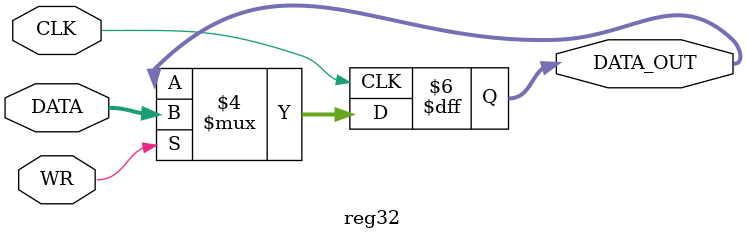
<source format=v>
module reg32(CLK, WR, DATA, DATA_OUT);

input wire CLK;
input wire [31:0] DATA;
input wire WR;
output reg [31:0] DATA_OUT;

initial begin
	DATA_OUT <= 32'd0;
end

always @ (posedge CLK) begin
	if (WR==1) begin
		DATA_OUT <= DATA;
	end
end

endmodule

</source>
